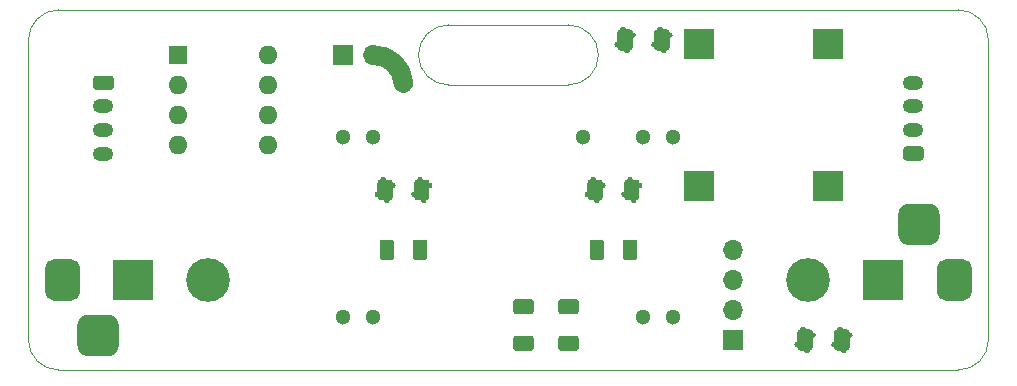
<source format=gbr>
From 54c117b6e8d65e9955a93de95a62e0f9ede7935c Mon Sep 17 00:00:00 2001
From: Blaise Thompson <blaise@untzag.com>
Date: Sun, 24 Jan 2021 22:27:03 -0600
Subject: digital driver prototype

---
 digital-driver/gerber/driver-F_Mask.gbr | 594 ++++++++++++++++++++++++++++++++
 1 file changed, 594 insertions(+)
 create mode 100644 digital-driver/gerber/driver-F_Mask.gbr

(limited to 'digital-driver/gerber/driver-F_Mask.gbr')

diff --git a/digital-driver/gerber/driver-F_Mask.gbr b/digital-driver/gerber/driver-F_Mask.gbr
new file mode 100644
index 0000000..671323a
--- /dev/null
+++ b/digital-driver/gerber/driver-F_Mask.gbr
@@ -0,0 +1,594 @@
+%TF.GenerationSoftware,KiCad,Pcbnew,5.1.9+dfsg1-1*%
+%TF.CreationDate,2021-01-24T22:19:11-06:00*%
+%TF.ProjectId,driver,64726976-6572-42e6-9b69-6361645f7063,1.0.0*%
+%TF.SameCoordinates,Original*%
+%TF.FileFunction,Soldermask,Top*%
+%TF.FilePolarity,Negative*%
+%FSLAX46Y46*%
+G04 Gerber Fmt 4.6, Leading zero omitted, Abs format (unit mm)*
+G04 Created by KiCad (PCBNEW 5.1.9+dfsg1-1) date 2021-01-24 22:19:11*
+%MOMM*%
+%LPD*%
+G01*
+G04 APERTURE LIST*
+%TA.AperFunction,Profile*%
+%ADD10C,0.100000*%
+%TD*%
+%ADD11R,2.500000X2.500000*%
+%ADD12O,1.750000X1.200000*%
+%ADD13C,3.700000*%
+%ADD14C,1.300000*%
+%ADD15R,3.500000X3.500000*%
+%ADD16O,1.600000X1.600000*%
+%ADD17R,1.600000X1.600000*%
+%ADD18O,1.700000X1.700000*%
+%ADD19R,1.700000X1.700000*%
+G04 APERTURE END LIST*
+D10*
+X121920000Y-85090000D02*
+G75*
+G02*
+X119380000Y-82550000I0J2540000D01*
+G01*
+X165100000Y-78740000D02*
+X88900000Y-78740000D01*
+X119380000Y-82550000D02*
+G75*
+G02*
+X121920000Y-80010000I2540000J0D01*
+G01*
+X132080000Y-80010000D02*
+G75*
+G02*
+X134620000Y-82550000I0J-2540000D01*
+G01*
+X134620000Y-82550000D02*
+G75*
+G02*
+X132080000Y-85090000I-2540000J0D01*
+G01*
+X132080000Y-80010000D02*
+X121920000Y-80010000D01*
+X132080000Y-85090000D02*
+X121920000Y-85090000D01*
+X165100000Y-109220000D02*
+X88900000Y-109220000D01*
+X86360000Y-81280000D02*
+X86360000Y-106680000D01*
+X167640000Y-106680000D02*
+X167640000Y-81280000D01*
+X86360000Y-81280000D02*
+G75*
+G02*
+X88900000Y-78740000I2540000J0D01*
+G01*
+X88900000Y-109220000D02*
+G75*
+G02*
+X86360000Y-106680000I0J2540000D01*
+G01*
+X167640000Y-106680000D02*
+G75*
+G02*
+X165100000Y-109220000I-2540000J0D01*
+G01*
+X165100000Y-78740000D02*
+G75*
+G02*
+X167640000Y-81280000I0J-2540000D01*
+G01*
+D11*
+%TO.C,PS1*%
+X154090000Y-81630000D03*
+X143090000Y-81630000D03*
+X143090000Y-93630000D03*
+X154090000Y-93630000D03*
+%TD*%
+D12*
+%TO.C,J1*%
+X161290000Y-84900000D03*
+X161290000Y-86900000D03*
+X161290000Y-88900000D03*
+G36*
+G01*
+X161915001Y-91500000D02*
+X160664999Y-91500000D01*
+G75*
+G02*
+X160415000Y-91250001I0J249999D01*
+G01*
+X160415000Y-90549999D01*
+G75*
+G02*
+X160664999Y-90300000I249999J0D01*
+G01*
+X161915001Y-90300000D01*
+G75*
+G02*
+X162165000Y-90549999I0J-249999D01*
+G01*
+X162165000Y-91250001D01*
+G75*
+G02*
+X161915001Y-91500000I-249999J0D01*
+G01*
+G37*
+%TD*%
+%TO.C,R5*%
+G36*
+G01*
+X136790000Y-94605000D02*
+X136790000Y-93355000D01*
+G75*
+G02*
+X137040000Y-93105000I250000J0D01*
+G01*
+X137840000Y-93105000D01*
+G75*
+G02*
+X138090000Y-93355000I0J-250000D01*
+G01*
+X138090000Y-94605000D01*
+G75*
+G02*
+X137840000Y-94855000I-250000J0D01*
+G01*
+X137040000Y-94855000D01*
+G75*
+G02*
+X136790000Y-94605000I0J250000D01*
+G01*
+G37*
+G36*
+G01*
+X133690000Y-94605000D02*
+X133690000Y-93355000D01*
+G75*
+G02*
+X133940000Y-93105000I250000J0D01*
+G01*
+X134740000Y-93105000D01*
+G75*
+G02*
+X134990000Y-93355000I0J-250000D01*
+G01*
+X134990000Y-94605000D01*
+G75*
+G02*
+X134740000Y-94855000I-250000J0D01*
+G01*
+X133940000Y-94855000D01*
+G75*
+G02*
+X133690000Y-94605000I0J250000D01*
+G01*
+G37*
+%TD*%
+%TO.C,R2*%
+G36*
+G01*
+X119010000Y-94605000D02*
+X119010000Y-93355000D01*
+G75*
+G02*
+X119260000Y-93105000I250000J0D01*
+G01*
+X120060000Y-93105000D01*
+G75*
+G02*
+X120310000Y-93355000I0J-250000D01*
+G01*
+X120310000Y-94605000D01*
+G75*
+G02*
+X120060000Y-94855000I-250000J0D01*
+G01*
+X119260000Y-94855000D01*
+G75*
+G02*
+X119010000Y-94605000I0J250000D01*
+G01*
+G37*
+G36*
+G01*
+X115910000Y-94605000D02*
+X115910000Y-93355000D01*
+G75*
+G02*
+X116160000Y-93105000I250000J0D01*
+G01*
+X116960000Y-93105000D01*
+G75*
+G02*
+X117210000Y-93355000I0J-250000D01*
+G01*
+X117210000Y-94605000D01*
+G75*
+G02*
+X116960000Y-94855000I-250000J0D01*
+G01*
+X116160000Y-94855000D01*
+G75*
+G02*
+X115910000Y-94605000I0J250000D01*
+G01*
+G37*
+%TD*%
+%TO.C,C3*%
+G36*
+G01*
+X137530000Y-80629999D02*
+X137530000Y-81930001D01*
+G75*
+G02*
+X137280001Y-82180000I-249999J0D01*
+G01*
+X136454999Y-82180000D01*
+G75*
+G02*
+X136205000Y-81930001I0J249999D01*
+G01*
+X136205000Y-80629999D01*
+G75*
+G02*
+X136454999Y-80380000I249999J0D01*
+G01*
+X137280001Y-80380000D01*
+G75*
+G02*
+X137530000Y-80629999I0J-249999D01*
+G01*
+G37*
+G36*
+G01*
+X140655000Y-80629999D02*
+X140655000Y-81930001D01*
+G75*
+G02*
+X140405001Y-82180000I-249999J0D01*
+G01*
+X139579999Y-82180000D01*
+G75*
+G02*
+X139330000Y-81930001I0J249999D01*
+G01*
+X139330000Y-80629999D01*
+G75*
+G02*
+X139579999Y-80380000I249999J0D01*
+G01*
+X140405001Y-80380000D01*
+G75*
+G02*
+X140655000Y-80629999I0J-249999D01*
+G01*
+G37*
+%TD*%
+%TO.C,C2*%
+G36*
+G01*
+X154570000Y-107330001D02*
+X154570000Y-106029999D01*
+G75*
+G02*
+X154819999Y-105780000I249999J0D01*
+G01*
+X155645001Y-105780000D01*
+G75*
+G02*
+X155895000Y-106029999I0J-249999D01*
+G01*
+X155895000Y-107330001D01*
+G75*
+G02*
+X155645001Y-107580000I-249999J0D01*
+G01*
+X154819999Y-107580000D01*
+G75*
+G02*
+X154570000Y-107330001I0J249999D01*
+G01*
+G37*
+G36*
+G01*
+X151445000Y-107330001D02*
+X151445000Y-106029999D01*
+G75*
+G02*
+X151694999Y-105780000I249999J0D01*
+G01*
+X152520001Y-105780000D01*
+G75*
+G02*
+X152770000Y-106029999I0J-249999D01*
+G01*
+X152770000Y-107330001D01*
+G75*
+G02*
+X152520001Y-107580000I-249999J0D01*
+G01*
+X151694999Y-107580000D01*
+G75*
+G02*
+X151445000Y-107330001I0J249999D01*
+G01*
+G37*
+%TD*%
+%TO.C,D1*%
+G36*
+G01*
+X136665000Y-99685000D02*
+X136665000Y-98435000D01*
+G75*
+G02*
+X136915000Y-98185000I250000J0D01*
+G01*
+X137665000Y-98185000D01*
+G75*
+G02*
+X137915000Y-98435000I0J-250000D01*
+G01*
+X137915000Y-99685000D01*
+G75*
+G02*
+X137665000Y-99935000I-250000J0D01*
+G01*
+X136915000Y-99935000D01*
+G75*
+G02*
+X136665000Y-99685000I0J250000D01*
+G01*
+G37*
+G36*
+G01*
+X133865000Y-99685000D02*
+X133865000Y-98435000D01*
+G75*
+G02*
+X134115000Y-98185000I250000J0D01*
+G01*
+X134865000Y-98185000D01*
+G75*
+G02*
+X135115000Y-98435000I0J-250000D01*
+G01*
+X135115000Y-99685000D01*
+G75*
+G02*
+X134865000Y-99935000I-250000J0D01*
+G01*
+X134115000Y-99935000D01*
+G75*
+G02*
+X133865000Y-99685000I0J250000D01*
+G01*
+G37*
+%TD*%
+D13*
+%TO.C,REF\u002A\u002A*%
+X152400000Y-101600000D03*
+%TD*%
+%TO.C,REF\u002A\u002A*%
+X101600000Y-101600000D03*
+%TD*%
+D14*
+%TO.C,J6*%
+X140970000Y-89535000D03*
+X138430000Y-89535000D03*
+X133350000Y-89535000D03*
+X115570000Y-89535000D03*
+X113030000Y-89535000D03*
+X113030000Y-104775000D03*
+X115570000Y-104775000D03*
+X138430000Y-104775000D03*
+X140970000Y-104775000D03*
+%TD*%
+D15*
+%TO.C,J4*%
+X95250000Y-101600000D03*
+G36*
+G01*
+X87750000Y-102600000D02*
+X87750000Y-100600000D01*
+G75*
+G02*
+X88500000Y-99850000I750000J0D01*
+G01*
+X90000000Y-99850000D01*
+G75*
+G02*
+X90750000Y-100600000I0J-750000D01*
+G01*
+X90750000Y-102600000D01*
+G75*
+G02*
+X90000000Y-103350000I-750000J0D01*
+G01*
+X88500000Y-103350000D01*
+G75*
+G02*
+X87750000Y-102600000I0J750000D01*
+G01*
+G37*
+G36*
+G01*
+X90500000Y-107175000D02*
+X90500000Y-105425000D01*
+G75*
+G02*
+X91375000Y-104550000I875000J0D01*
+G01*
+X93125000Y-104550000D01*
+G75*
+G02*
+X94000000Y-105425000I0J-875000D01*
+G01*
+X94000000Y-107175000D01*
+G75*
+G02*
+X93125000Y-108050000I-875000J0D01*
+G01*
+X91375000Y-108050000D01*
+G75*
+G02*
+X90500000Y-107175000I0J875000D01*
+G01*
+G37*
+%TD*%
+%TO.C,J3*%
+G36*
+G01*
+X163500000Y-96025000D02*
+X163500000Y-97775000D01*
+G75*
+G02*
+X162625000Y-98650000I-875000J0D01*
+G01*
+X160875000Y-98650000D01*
+G75*
+G02*
+X160000000Y-97775000I0J875000D01*
+G01*
+X160000000Y-96025000D01*
+G75*
+G02*
+X160875000Y-95150000I875000J0D01*
+G01*
+X162625000Y-95150000D01*
+G75*
+G02*
+X163500000Y-96025000I0J-875000D01*
+G01*
+G37*
+G36*
+G01*
+X166250000Y-100600000D02*
+X166250000Y-102600000D01*
+G75*
+G02*
+X165500000Y-103350000I-750000J0D01*
+G01*
+X164000000Y-103350000D01*
+G75*
+G02*
+X163250000Y-102600000I0J750000D01*
+G01*
+X163250000Y-100600000D01*
+G75*
+G02*
+X164000000Y-99850000I750000J0D01*
+G01*
+X165500000Y-99850000D01*
+G75*
+G02*
+X166250000Y-100600000I0J-750000D01*
+G01*
+G37*
+X158750000Y-101600000D03*
+%TD*%
+%TO.C,D2*%
+G36*
+G01*
+X118885000Y-99685000D02*
+X118885000Y-98435000D01*
+G75*
+G02*
+X119135000Y-98185000I250000J0D01*
+G01*
+X119885000Y-98185000D01*
+G75*
+G02*
+X120135000Y-98435000I0J-250000D01*
+G01*
+X120135000Y-99685000D01*
+G75*
+G02*
+X119885000Y-99935000I-250000J0D01*
+G01*
+X119135000Y-99935000D01*
+G75*
+G02*
+X118885000Y-99685000I0J250000D01*
+G01*
+G37*
+G36*
+G01*
+X116085000Y-99685000D02*
+X116085000Y-98435000D01*
+G75*
+G02*
+X116335000Y-98185000I250000J0D01*
+G01*
+X117085000Y-98185000D01*
+G75*
+G02*
+X117335000Y-98435000I0J-250000D01*
+G01*
+X117335000Y-99685000D01*
+G75*
+G02*
+X117085000Y-99935000I-250000J0D01*
+G01*
+X116335000Y-99935000D01*
+G75*
+G02*
+X116085000Y-99685000I0J250000D01*
+G01*
+G37*
+%TD*%
+D12*
+%TO.C,J2*%
+X92710000Y-90900000D03*
+X92710000Y-88900000D03*
+X92710000Y-86900000D03*
+G36*
+G01*
+X92084999Y-84300000D02*
+X93335001Y-84300000D01*
+G75*
+G02*
+X93585000Y-84549999I0J-249999D01*
+G01*
+X93585000Y-85250001D01*
+G75*
+G02*
+X93335001Y-85500000I-249999J0D01*
+G01*
+X92084999Y-85500000D01*
+G75*
+G02*
+X91835000Y-85250001I0J249999D01*
+G01*
+X91835000Y-84549999D01*
+G75*
+G02*
+X92084999Y-84300000I249999J0D01*
+G01*
+G37*
+%TD*%
+D16*
+%TO.C,U1*%
+X106680000Y-82550000D03*
+X99060000Y-90170000D03*
+X106680000Y-85090000D03*
+X99060000Y-87630000D03*
+X106680000Y-87630000D03*
+X99060000Y-85090000D03*
+X106680000Y-90170000D03*
+D17*
+X99060000Y-82550000D03*
+%TD*%
+D18*
+%TO.C,J5*%
+X146050000Y-99060000D03*
+X146050000Y-101600000D03*
+X146050000Y-104140000D03*
+D19*
+X146050000Y-106680000D03*
+%TD*%
+%TO.C,J7*%
+X113030000Y-82550000D03*
+D18*
+X115570000Y-82550000D03*
+%TD*%
+M02*
-- 
cgit v1.2.3


From 9d678fbace2e4931e39ab5b95b2ec7493a18f549 Mon Sep 17 00:00:00 2001
From: Blaise Thompson <blaise@untzag.com>
Date: Mon, 25 Jan 2021 12:15:05 -0600
Subject: digital-driver readme

---
 digital-driver/gerber/driver-F_Mask.gbr | 250 ++++++++++++++++++++++----------
 1 file changed, 175 insertions(+), 75 deletions(-)

(limited to 'digital-driver/gerber/driver-F_Mask.gbr')

diff --git a/digital-driver/gerber/driver-F_Mask.gbr b/digital-driver/gerber/driver-F_Mask.gbr
index 671323a..c6407fc 100644
--- a/digital-driver/gerber/driver-F_Mask.gbr
+++ b/digital-driver/gerber/driver-F_Mask.gbr
@@ -1,12 +1,12 @@
-%TF.GenerationSoftware,KiCad,Pcbnew,5.1.9+dfsg1-1*%
-%TF.CreationDate,2021-01-24T22:19:11-06:00*%
+%TF.GenerationSoftware,KiCad,Pcbnew,5.1.8+dfsg1-1+b1*%
+%TF.CreationDate,2021-01-25T11:41:01-06:00*%
 %TF.ProjectId,driver,64726976-6572-42e6-9b69-6361645f7063,1.0.0*%
 %TF.SameCoordinates,Original*%
 %TF.FileFunction,Soldermask,Top*%
 %TF.FilePolarity,Negative*%
 %FSLAX46Y46*%
 G04 Gerber Fmt 4.6, Leading zero omitted, Abs format (unit mm)*
-G04 Created by KiCad (PCBNEW 5.1.9+dfsg1-1) date 2021-01-24 22:19:11*
+G04 Created by KiCad (PCBNEW 5.1.8+dfsg1-1+b1) date 2021-01-25 11:41:01*
 %MOMM*%
 %LPD*%
 G01*
@@ -77,6 +77,106 @@ G75*
 G02*
 X167640000Y-81280000I0J-2540000D01*
 G01*
+%TO.C,R7*%
+G36*
+G01*
+X127645000Y-106310000D02*
+X128895000Y-106310000D01*
+G75*
+G02*
+X129145000Y-106560000I0J-250000D01*
+G01*
+X129145000Y-107360000D01*
+G75*
+G02*
+X128895000Y-107610000I-250000J0D01*
+G01*
+X127645000Y-107610000D01*
+G75*
+G02*
+X127395000Y-107360000I0J250000D01*
+G01*
+X127395000Y-106560000D01*
+G75*
+G02*
+X127645000Y-106310000I250000J0D01*
+G01*
+G37*
+G36*
+G01*
+X127645000Y-103210000D02*
+X128895000Y-103210000D01*
+G75*
+G02*
+X129145000Y-103460000I0J-250000D01*
+G01*
+X129145000Y-104260000D01*
+G75*
+G02*
+X128895000Y-104510000I-250000J0D01*
+G01*
+X127645000Y-104510000D01*
+G75*
+G02*
+X127395000Y-104260000I0J250000D01*
+G01*
+X127395000Y-103460000D01*
+G75*
+G02*
+X127645000Y-103210000I250000J0D01*
+G01*
+G37*
+%TD*%
+%TO.C,R6*%
+G36*
+G01*
+X131455000Y-106310000D02*
+X132705000Y-106310000D01*
+G75*
+G02*
+X132955000Y-106560000I0J-250000D01*
+G01*
+X132955000Y-107360000D01*
+G75*
+G02*
+X132705000Y-107610000I-250000J0D01*
+G01*
+X131455000Y-107610000D01*
+G75*
+G02*
+X131205000Y-107360000I0J250000D01*
+G01*
+X131205000Y-106560000D01*
+G75*
+G02*
+X131455000Y-106310000I250000J0D01*
+G01*
+G37*
+G36*
+G01*
+X131455000Y-103210000D02*
+X132705000Y-103210000D01*
+G75*
+G02*
+X132955000Y-103460000I0J-250000D01*
+G01*
+X132955000Y-104260000D01*
+G75*
+G02*
+X132705000Y-104510000I-250000J0D01*
+G01*
+X131455000Y-104510000D01*
+G75*
+G02*
+X131205000Y-104260000I0J250000D01*
+G01*
+X131205000Y-103460000D01*
+G75*
+G02*
+X131455000Y-103210000I250000J0D01*
+G01*
+G37*
+%TD*%
 D11*
 %TO.C,PS1*%
 X154090000Y-81630000D03*
@@ -117,200 +217,200 @@ G37*
 %TO.C,R5*%
 G36*
 G01*
-X136790000Y-94605000D02*
-X136790000Y-93355000D01*
+X136790000Y-94605001D02*
+X136790000Y-93354999D01*
 G75*
 G02*
-X137040000Y-93105000I250000J0D01*
+X137039999Y-93105000I249999J0D01*
 G01*
-X137840000Y-93105000D01*
+X137840001Y-93105000D01*
 G75*
 G02*
-X138090000Y-93355000I0J-250000D01*
+X138090000Y-93354999I0J-249999D01*
 G01*
-X138090000Y-94605000D01*
+X138090000Y-94605001D01*
 G75*
 G02*
-X137840000Y-94855000I-250000J0D01*
+X137840001Y-94855000I-249999J0D01*
 G01*
-X137040000Y-94855000D01*
+X137039999Y-94855000D01*
 G75*
 G02*
-X136790000Y-94605000I0J250000D01*
+X136790000Y-94605001I0J249999D01*
 G01*
 G37*
 G36*
 G01*
-X133690000Y-94605000D02*
-X133690000Y-93355000D01*
+X133690000Y-94605001D02*
+X133690000Y-93354999D01*
 G75*
 G02*
-X133940000Y-93105000I250000J0D01*
+X133939999Y-93105000I249999J0D01*
 G01*
-X134740000Y-93105000D01*
+X134740001Y-93105000D01*
 G75*
 G02*
-X134990000Y-93355000I0J-250000D01*
+X134990000Y-93354999I0J-249999D01*
 G01*
-X134990000Y-94605000D01*
+X134990000Y-94605001D01*
 G75*
 G02*
-X134740000Y-94855000I-250000J0D01*
+X134740001Y-94855000I-249999J0D01*
 G01*
-X133940000Y-94855000D01*
+X133939999Y-94855000D01*
 G75*
 G02*
-X133690000Y-94605000I0J250000D01*
+X133690000Y-94605001I0J249999D01*
 G01*
 G37*
 %TD*%
 %TO.C,R2*%
 G36*
 G01*
-X119010000Y-94605000D02*
-X119010000Y-93355000D01*
+X119010000Y-94605001D02*
+X119010000Y-93354999D01*
 G75*
 G02*
-X119260000Y-93105000I250000J0D01*
+X119259999Y-93105000I249999J0D01*
 G01*
-X120060000Y-93105000D01*
+X120060001Y-93105000D01*
 G75*
 G02*
-X120310000Y-93355000I0J-250000D01*
+X120310000Y-93354999I0J-249999D01*
 G01*
-X120310000Y-94605000D01*
+X120310000Y-94605001D01*
 G75*
 G02*
-X120060000Y-94855000I-250000J0D01*
+X120060001Y-94855000I-249999J0D01*
 G01*
-X119260000Y-94855000D01*
+X119259999Y-94855000D01*
 G75*
 G02*
-X119010000Y-94605000I0J250000D01*
+X119010000Y-94605001I0J249999D01*
 G01*
 G37*
 G36*
 G01*
-X115910000Y-94605000D02*
-X115910000Y-93355000D01*
+X115910000Y-94605001D02*
+X115910000Y-93354999D01*
 G75*
 G02*
-X116160000Y-93105000I250000J0D01*
+X116159999Y-93105000I249999J0D01*
 G01*
-X116960000Y-93105000D01*
+X116960001Y-93105000D01*
 G75*
 G02*
-X117210000Y-93355000I0J-250000D01*
+X117210000Y-93354999I0J-249999D01*
 G01*
-X117210000Y-94605000D01*
+X117210000Y-94605001D01*
 G75*
 G02*
-X116960000Y-94855000I-250000J0D01*
+X116960001Y-94855000I-249999J0D01*
 G01*
-X116160000Y-94855000D01*
+X116159999Y-94855000D01*
 G75*
 G02*
-X115910000Y-94605000I0J250000D01*
+X115910000Y-94605001I0J249999D01*
 G01*
 G37*
 %TD*%
 %TO.C,C3*%
 G36*
 G01*
-X137530000Y-80629999D02*
-X137530000Y-81930001D01*
+X137530000Y-80629998D02*
+X137530000Y-81930002D01*
 G75*
 G02*
-X137280001Y-82180000I-249999J0D01*
+X137280002Y-82180000I-249998J0D01*
 G01*
-X136454999Y-82180000D01*
+X136454998Y-82180000D01*
 G75*
 G02*
-X136205000Y-81930001I0J249999D01*
+X136205000Y-81930002I0J249998D01*
 G01*
-X136205000Y-80629999D01*
+X136205000Y-80629998D01*
 G75*
 G02*
-X136454999Y-80380000I249999J0D01*
+X136454998Y-80380000I249998J0D01*
 G01*
-X137280001Y-80380000D01*
+X137280002Y-80380000D01*
 G75*
 G02*
-X137530000Y-80629999I0J-249999D01*
+X137530000Y-80629998I0J-249998D01*
 G01*
 G37*
 G36*
 G01*
-X140655000Y-80629999D02*
-X140655000Y-81930001D01*
+X140655000Y-80629998D02*
+X140655000Y-81930002D01*
 G75*
 G02*
-X140405001Y-82180000I-249999J0D01*
+X140405002Y-82180000I-249998J0D01*
 G01*
-X139579999Y-82180000D01*
+X139579998Y-82180000D01*
 G75*
 G02*
-X139330000Y-81930001I0J249999D01*
+X139330000Y-81930002I0J249998D01*
 G01*
-X139330000Y-80629999D01*
+X139330000Y-80629998D01*
 G75*
 G02*
-X139579999Y-80380000I249999J0D01*
+X139579998Y-80380000I249998J0D01*
 G01*
-X140405001Y-80380000D01*
+X140405002Y-80380000D01*
 G75*
 G02*
-X140655000Y-80629999I0J-249999D01*
+X140655000Y-80629998I0J-249998D01*
 G01*
 G37*
 %TD*%
 %TO.C,C2*%
 G36*
 G01*
-X154570000Y-107330001D02*
-X154570000Y-106029999D01*
+X154570000Y-107330002D02*
+X154570000Y-106029998D01*
 G75*
 G02*
-X154819999Y-105780000I249999J0D01*
+X154819998Y-105780000I249998J0D01*
 G01*
-X155645001Y-105780000D01*
+X155645002Y-105780000D01*
 G75*
 G02*
-X155895000Y-106029999I0J-249999D01*
+X155895000Y-106029998I0J-249998D01*
 G01*
-X155895000Y-107330001D01*
+X155895000Y-107330002D01*
 G75*
 G02*
-X155645001Y-107580000I-249999J0D01*
+X155645002Y-107580000I-249998J0D01*
 G01*
-X154819999Y-107580000D01*
+X154819998Y-107580000D01*
 G75*
 G02*
-X154570000Y-107330001I0J249999D01*
+X154570000Y-107330002I0J249998D01*
 G01*
 G37*
 G36*
 G01*
-X151445000Y-107330001D02*
-X151445000Y-106029999D01*
+X151445000Y-107330002D02*
+X151445000Y-106029998D01*
 G75*
 G02*
-X151694999Y-105780000I249999J0D01*
+X151694998Y-105780000I249998J0D01*
 G01*
-X152520001Y-105780000D01*
+X152520002Y-105780000D01*
 G75*
 G02*
-X152770000Y-106029999I0J-249999D01*
+X152770000Y-106029998I0J-249998D01*
 G01*
-X152770000Y-107330001D01*
+X152770000Y-107330002D01*
 G75*
 G02*
-X152520001Y-107580000I-249999J0D01*
+X152520002Y-107580000I-249998J0D01*
 G01*
-X151694999Y-107580000D01*
+X151694998Y-107580000D01*
 G75*
 G02*
-X151445000Y-107330001I0J249999D01*
+X151445000Y-107330002I0J249998D01*
 G01*
 G37*
 %TD*%
-- 
cgit v1.2.3


</source>
